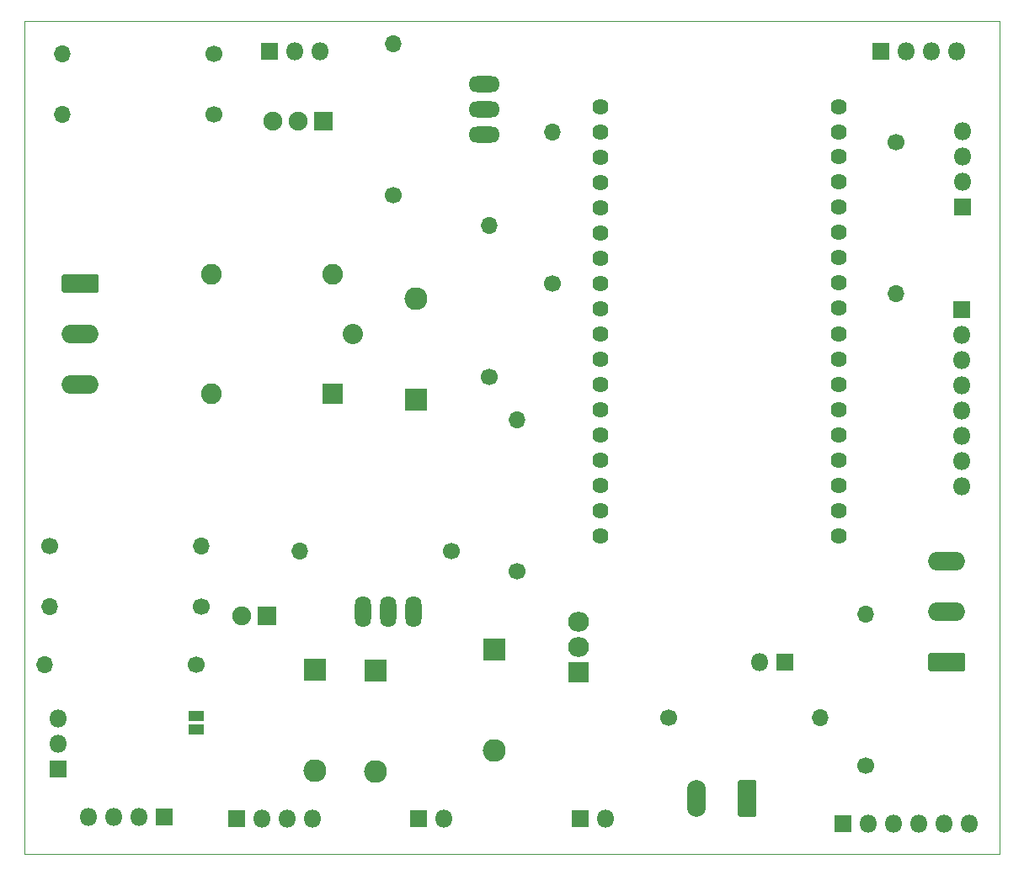
<source format=gbr>
%TF.GenerationSoftware,KiCad,Pcbnew,5.1.5+dfsg1-2build2*%
%TF.CreationDate,2020-10-22T23:20:21-04:00*%
%TF.ProjectId,Projeto_placa,50726f6a-6574-46f5-9f70-6c6163612e6b,rev?*%
%TF.SameCoordinates,Original*%
%TF.FileFunction,Soldermask,Top*%
%TF.FilePolarity,Negative*%
%FSLAX46Y46*%
G04 Gerber Fmt 4.6, Leading zero omitted, Abs format (unit mm)*
G04 Created by KiCad (PCBNEW 5.1.5+dfsg1-2build2) date 2020-10-22 23:20:21*
%MOMM*%
%LPD*%
G04 APERTURE LIST*
%TA.AperFunction,Profile*%
%ADD10C,0.050000*%
%TD*%
%ADD11O,1.800000X1.800000*%
%ADD12R,1.800000X1.800000*%
%ADD13C,1.900000*%
%ADD14R,1.900000X1.900000*%
%ADD15O,2.300000X2.300000*%
%ADD16R,2.300000X2.300000*%
%ADD17O,1.900000X3.700000*%
%ADD18C,0.100000*%
%ADD19O,3.700000X1.900000*%
%ADD20R,1.600000X1.100000*%
%ADD21O,1.700000X1.700000*%
%ADD22C,1.700000*%
%ADD23O,1.900000X1.900000*%
%ADD24O,2.100000X2.005000*%
%ADD25R,2.100000X2.005000*%
%ADD26C,1.624000*%
%ADD27C,2.080000*%
%ADD28C,2.035000*%
%ADD29R,2.080000X2.080000*%
%ADD30O,1.624000X3.148000*%
%ADD31O,3.148000X1.624000*%
G04 APERTURE END LIST*
D10*
X72644000Y-29464000D02*
X72644000Y-113284000D01*
X170688000Y-29464000D02*
X72644000Y-29464000D01*
X170688000Y-113284000D02*
X170688000Y-29464000D01*
X72644000Y-113284000D02*
X170688000Y-113284000D01*
D11*
%TO.C,J9*%
X166852600Y-76276200D03*
X166852600Y-73736200D03*
X166852600Y-71196200D03*
X166852600Y-68656200D03*
X166852600Y-66116200D03*
X166852600Y-63576200D03*
X166852600Y-61036200D03*
D12*
X166852600Y-58496200D03*
%TD*%
D13*
%TO.C,D1*%
X94472760Y-89321640D03*
D14*
X97012760Y-89321640D03*
%TD*%
D15*
%TO.C,D2*%
X112014000Y-57404000D03*
D16*
X112014000Y-67564000D03*
%TD*%
D11*
%TO.C,J1*%
X131064000Y-109728000D03*
D12*
X128524000Y-109728000D03*
%TD*%
D11*
%TO.C,J2*%
X102362000Y-32512000D03*
X99822000Y-32512000D03*
D12*
X97282000Y-32512000D03*
%TD*%
D11*
%TO.C,J3*%
X76032360Y-99634040D03*
X76032360Y-102174040D03*
D12*
X76032360Y-104714040D03*
%TD*%
D11*
%TO.C,J4*%
X166370000Y-32512000D03*
X163830000Y-32512000D03*
X161290000Y-32512000D03*
D12*
X158750000Y-32512000D03*
%TD*%
D11*
%TO.C,J5*%
X166941500Y-40589200D03*
X166941500Y-43129200D03*
X166941500Y-45669200D03*
D12*
X166941500Y-48209200D03*
%TD*%
D11*
%TO.C,J6*%
X101600000Y-109728000D03*
X99060000Y-109728000D03*
X96520000Y-109728000D03*
D12*
X93980000Y-109728000D03*
%TD*%
D11*
%TO.C,J7*%
X114808000Y-109728000D03*
D12*
X112268000Y-109728000D03*
%TD*%
D11*
%TO.C,J8*%
X167640000Y-110236000D03*
X165100000Y-110236000D03*
X162560000Y-110236000D03*
X160020000Y-110236000D03*
X157480000Y-110236000D03*
D12*
X154940000Y-110236000D03*
%TD*%
D17*
%TO.C,J10*%
X140208000Y-107696000D03*
D18*
G36*
X145999977Y-105847271D02*
G01*
X146025593Y-105851071D01*
X146050714Y-105857363D01*
X146075097Y-105866087D01*
X146098507Y-105877160D01*
X146120720Y-105890473D01*
X146141520Y-105905900D01*
X146160709Y-105923291D01*
X146178100Y-105942480D01*
X146193527Y-105963280D01*
X146206840Y-105985493D01*
X146217913Y-106008903D01*
X146226637Y-106033286D01*
X146232929Y-106058407D01*
X146236729Y-106084023D01*
X146238000Y-106109889D01*
X146238000Y-109282111D01*
X146236729Y-109307977D01*
X146232929Y-109333593D01*
X146226637Y-109358714D01*
X146217913Y-109383097D01*
X146206840Y-109406507D01*
X146193527Y-109428720D01*
X146178100Y-109449520D01*
X146160709Y-109468709D01*
X146141520Y-109486100D01*
X146120720Y-109501527D01*
X146098507Y-109514840D01*
X146075097Y-109525913D01*
X146050714Y-109534637D01*
X146025593Y-109540929D01*
X145999977Y-109544729D01*
X145974111Y-109546000D01*
X144601889Y-109546000D01*
X144576023Y-109544729D01*
X144550407Y-109540929D01*
X144525286Y-109534637D01*
X144500903Y-109525913D01*
X144477493Y-109514840D01*
X144455280Y-109501527D01*
X144434480Y-109486100D01*
X144415291Y-109468709D01*
X144397900Y-109449520D01*
X144382473Y-109428720D01*
X144369160Y-109406507D01*
X144358087Y-109383097D01*
X144349363Y-109358714D01*
X144343071Y-109333593D01*
X144339271Y-109307977D01*
X144338000Y-109282111D01*
X144338000Y-106109889D01*
X144339271Y-106084023D01*
X144343071Y-106058407D01*
X144349363Y-106033286D01*
X144358087Y-106008903D01*
X144369160Y-105985493D01*
X144382473Y-105963280D01*
X144397900Y-105942480D01*
X144415291Y-105923291D01*
X144434480Y-105905900D01*
X144455280Y-105890473D01*
X144477493Y-105877160D01*
X144500903Y-105866087D01*
X144525286Y-105857363D01*
X144550407Y-105851071D01*
X144576023Y-105847271D01*
X144601889Y-105846000D01*
X145974111Y-105846000D01*
X145999977Y-105847271D01*
G37*
%TD*%
D19*
%TO.C,J11*%
X165354000Y-83820000D03*
X165354000Y-88900000D03*
D18*
G36*
X166965977Y-93031271D02*
G01*
X166991593Y-93035071D01*
X167016714Y-93041363D01*
X167041097Y-93050087D01*
X167064507Y-93061160D01*
X167086720Y-93074473D01*
X167107520Y-93089900D01*
X167126709Y-93107291D01*
X167144100Y-93126480D01*
X167159527Y-93147280D01*
X167172840Y-93169493D01*
X167183913Y-93192903D01*
X167192637Y-93217286D01*
X167198929Y-93242407D01*
X167202729Y-93268023D01*
X167204000Y-93293889D01*
X167204000Y-94666111D01*
X167202729Y-94691977D01*
X167198929Y-94717593D01*
X167192637Y-94742714D01*
X167183913Y-94767097D01*
X167172840Y-94790507D01*
X167159527Y-94812720D01*
X167144100Y-94833520D01*
X167126709Y-94852709D01*
X167107520Y-94870100D01*
X167086720Y-94885527D01*
X167064507Y-94898840D01*
X167041097Y-94909913D01*
X167016714Y-94918637D01*
X166991593Y-94924929D01*
X166965977Y-94928729D01*
X166940111Y-94930000D01*
X163767889Y-94930000D01*
X163742023Y-94928729D01*
X163716407Y-94924929D01*
X163691286Y-94918637D01*
X163666903Y-94909913D01*
X163643493Y-94898840D01*
X163621280Y-94885527D01*
X163600480Y-94870100D01*
X163581291Y-94852709D01*
X163563900Y-94833520D01*
X163548473Y-94812720D01*
X163535160Y-94790507D01*
X163524087Y-94767097D01*
X163515363Y-94742714D01*
X163509071Y-94717593D01*
X163505271Y-94691977D01*
X163504000Y-94666111D01*
X163504000Y-93293889D01*
X163505271Y-93268023D01*
X163509071Y-93242407D01*
X163515363Y-93217286D01*
X163524087Y-93192903D01*
X163535160Y-93169493D01*
X163548473Y-93147280D01*
X163563900Y-93126480D01*
X163581291Y-93107291D01*
X163600480Y-93089900D01*
X163621280Y-93074473D01*
X163643493Y-93061160D01*
X163666903Y-93050087D01*
X163691286Y-93041363D01*
X163716407Y-93035071D01*
X163742023Y-93031271D01*
X163767889Y-93030000D01*
X166940111Y-93030000D01*
X166965977Y-93031271D01*
G37*
%TD*%
D11*
%TO.C,J12*%
X146558000Y-93980000D03*
D12*
X149098000Y-93980000D03*
%TD*%
D19*
%TO.C,J13*%
X78232000Y-66040000D03*
X78232000Y-60960000D03*
D18*
G36*
X79843977Y-54931271D02*
G01*
X79869593Y-54935071D01*
X79894714Y-54941363D01*
X79919097Y-54950087D01*
X79942507Y-54961160D01*
X79964720Y-54974473D01*
X79985520Y-54989900D01*
X80004709Y-55007291D01*
X80022100Y-55026480D01*
X80037527Y-55047280D01*
X80050840Y-55069493D01*
X80061913Y-55092903D01*
X80070637Y-55117286D01*
X80076929Y-55142407D01*
X80080729Y-55168023D01*
X80082000Y-55193889D01*
X80082000Y-56566111D01*
X80080729Y-56591977D01*
X80076929Y-56617593D01*
X80070637Y-56642714D01*
X80061913Y-56667097D01*
X80050840Y-56690507D01*
X80037527Y-56712720D01*
X80022100Y-56733520D01*
X80004709Y-56752709D01*
X79985520Y-56770100D01*
X79964720Y-56785527D01*
X79942507Y-56798840D01*
X79919097Y-56809913D01*
X79894714Y-56818637D01*
X79869593Y-56824929D01*
X79843977Y-56828729D01*
X79818111Y-56830000D01*
X76645889Y-56830000D01*
X76620023Y-56828729D01*
X76594407Y-56824929D01*
X76569286Y-56818637D01*
X76544903Y-56809913D01*
X76521493Y-56798840D01*
X76499280Y-56785527D01*
X76478480Y-56770100D01*
X76459291Y-56752709D01*
X76441900Y-56733520D01*
X76426473Y-56712720D01*
X76413160Y-56690507D01*
X76402087Y-56667097D01*
X76393363Y-56642714D01*
X76387071Y-56617593D01*
X76383271Y-56591977D01*
X76382000Y-56566111D01*
X76382000Y-55193889D01*
X76383271Y-55168023D01*
X76387071Y-55142407D01*
X76393363Y-55117286D01*
X76402087Y-55092903D01*
X76413160Y-55069493D01*
X76426473Y-55047280D01*
X76441900Y-55026480D01*
X76459291Y-55007291D01*
X76478480Y-54989900D01*
X76499280Y-54974473D01*
X76521493Y-54961160D01*
X76544903Y-54950087D01*
X76569286Y-54941363D01*
X76594407Y-54935071D01*
X76620023Y-54931271D01*
X76645889Y-54930000D01*
X79818111Y-54930000D01*
X79843977Y-54931271D01*
G37*
%TD*%
D20*
%TO.C,JP1*%
X89916000Y-100726000D03*
X89916000Y-99426000D03*
%TD*%
D21*
%TO.C,R1*%
X157226000Y-89154000D03*
D22*
X157226000Y-104394000D03*
%TD*%
D21*
%TO.C,R2*%
X152654000Y-99568000D03*
D22*
X137414000Y-99568000D03*
%TD*%
D21*
%TO.C,R3*%
X90424000Y-82296000D03*
D22*
X75184000Y-82296000D03*
%TD*%
D21*
%TO.C,R4*%
X109728000Y-31750000D03*
D22*
X109728000Y-46990000D03*
%TD*%
D21*
%TO.C,R5*%
X100330000Y-82804000D03*
D22*
X115570000Y-82804000D03*
%TD*%
D21*
%TO.C,R6*%
X74676000Y-94234000D03*
D22*
X89916000Y-94234000D03*
%TD*%
D21*
%TO.C,R7*%
X75184000Y-88392000D03*
D22*
X90424000Y-88392000D03*
%TD*%
D21*
%TO.C,R8*%
X76454000Y-38862000D03*
D22*
X91694000Y-38862000D03*
%TD*%
D21*
%TO.C,R9*%
X76454000Y-32766000D03*
D22*
X91694000Y-32766000D03*
%TD*%
D21*
%TO.C,R11*%
X122174000Y-69596000D03*
D22*
X122174000Y-84836000D03*
%TD*%
D21*
%TO.C,R12*%
X119380000Y-50038000D03*
D22*
X119380000Y-65278000D03*
%TD*%
D21*
%TO.C,R13*%
X160274000Y-56896000D03*
D22*
X160274000Y-41656000D03*
%TD*%
D21*
%TO.C,R14*%
X125730000Y-40640000D03*
D22*
X125730000Y-55880000D03*
%TD*%
D23*
%TO.C,Q2*%
X97586800Y-39585900D03*
X100126800Y-39585900D03*
D14*
X102666800Y-39585900D03*
%TD*%
D15*
%TO.C,D3*%
X119837200Y-102880160D03*
D16*
X119837200Y-92720160D03*
%TD*%
D15*
%TO.C,D4*%
X107929680Y-104988360D03*
D16*
X107929680Y-94828360D03*
%TD*%
D15*
%TO.C,D5*%
X101833680Y-104866440D03*
D16*
X101833680Y-94706440D03*
%TD*%
D11*
%TO.C,J14*%
X79049880Y-109540040D03*
X81589880Y-109540040D03*
X84129880Y-109540040D03*
D12*
X86669880Y-109540040D03*
%TD*%
D24*
%TO.C,U2*%
X128336040Y-89910920D03*
X128336040Y-92450920D03*
D25*
X128336040Y-94990920D03*
%TD*%
D26*
%TO.C,U1*%
X154495500Y-38100000D03*
X154495500Y-40640000D03*
X154495500Y-43116500D03*
X154495500Y-45656500D03*
X154495500Y-48196500D03*
X154495500Y-50736500D03*
X154495500Y-53276500D03*
X154495500Y-55816500D03*
X154495500Y-58356500D03*
X154495500Y-60960000D03*
X154495500Y-63500000D03*
X154495500Y-66040000D03*
X154495500Y-68580000D03*
X154495500Y-71120000D03*
X154495500Y-73660000D03*
X154495500Y-76200000D03*
X154495500Y-78740000D03*
X154495500Y-81280000D03*
X130556000Y-81280000D03*
X130556000Y-78740000D03*
X130556000Y-76200000D03*
X130556000Y-73660000D03*
X130556000Y-71120000D03*
X130556000Y-68580000D03*
X130556000Y-66040000D03*
X130556000Y-63500000D03*
X130556000Y-60960000D03*
X130556000Y-58420000D03*
X130556000Y-55880000D03*
X130556000Y-53340000D03*
X130556000Y-50800000D03*
X130556000Y-48260000D03*
X130556000Y-45720000D03*
X130556000Y-43180000D03*
X130556000Y-40640000D03*
X130556000Y-38100000D03*
%TD*%
D27*
%TO.C,K1*%
X91436000Y-66960000D03*
X91436000Y-54960000D03*
X103636000Y-54960000D03*
D28*
X105636000Y-60960000D03*
D29*
X103636000Y-66960000D03*
%TD*%
D30*
%TO.C,Q1*%
X111760000Y-88900000D03*
X109220000Y-88900000D03*
X106680000Y-88900000D03*
%TD*%
D31*
%TO.C,Q3*%
X118872000Y-35814000D03*
X118872000Y-38354000D03*
X118872000Y-40894000D03*
%TD*%
M02*

</source>
